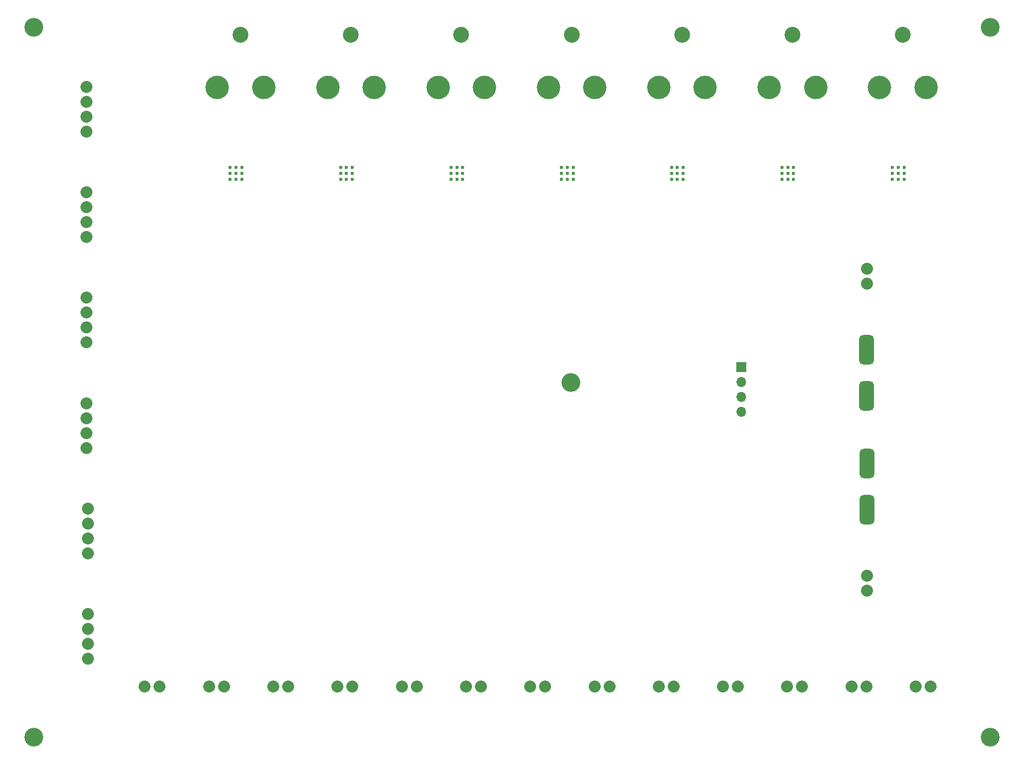
<source format=gbr>
%TF.GenerationSoftware,KiCad,Pcbnew,6.0.0*%
%TF.CreationDate,2022-01-12T19:51:10-05:00*%
%TF.ProjectId,sensor-board,73656e73-6f72-42d6-926f-6172642e6b69,-1*%
%TF.SameCoordinates,Original*%
%TF.FileFunction,Soldermask,Bot*%
%TF.FilePolarity,Negative*%
%FSLAX46Y46*%
G04 Gerber Fmt 4.6, Leading zero omitted, Abs format (unit mm)*
G04 Created by KiCad (PCBNEW 6.0.0) date 2022-01-12 19:51:10*
%MOMM*%
%LPD*%
G01*
G04 APERTURE LIST*
G04 Aperture macros list*
%AMRoundRect*
0 Rectangle with rounded corners*
0 $1 Rounding radius*
0 $2 $3 $4 $5 $6 $7 $8 $9 X,Y pos of 4 corners*
0 Add a 4 corners polygon primitive as box body*
4,1,4,$2,$3,$4,$5,$6,$7,$8,$9,$2,$3,0*
0 Add four circle primitives for the rounded corners*
1,1,$1+$1,$2,$3*
1,1,$1+$1,$4,$5*
1,1,$1+$1,$6,$7*
1,1,$1+$1,$8,$9*
0 Add four rect primitives between the rounded corners*
20,1,$1+$1,$2,$3,$4,$5,0*
20,1,$1+$1,$4,$5,$6,$7,0*
20,1,$1+$1,$6,$7,$8,$9,0*
20,1,$1+$1,$8,$9,$2,$3,0*%
G04 Aperture macros list end*
%ADD10C,2.032000*%
%ADD11C,2.700000*%
%ADD12C,4.000000*%
%ADD13C,3.200000*%
%ADD14C,0.600000*%
%ADD15R,1.700000X1.700000*%
%ADD16O,1.700000X1.700000*%
%ADD17RoundRect,0.625000X-0.625000X1.875000X-0.625000X-1.875000X0.625000X-1.875000X0.625000X1.875000X0*%
G04 APERTURE END LIST*
D10*
X126708456Y-151300000D03*
X129248456Y-151300000D03*
D11*
X118043933Y-40242000D03*
D12*
X121993933Y-49242000D03*
X114093933Y-49242000D03*
D13*
X155500000Y-99500000D03*
D10*
X214294172Y-151300000D03*
X216834172Y-151300000D03*
X192397740Y-151300000D03*
X194937740Y-151300000D03*
D13*
X64000000Y-160000000D03*
D10*
X72989600Y-67089000D03*
X72989600Y-69629000D03*
X72989600Y-72169000D03*
X72989600Y-74709000D03*
D13*
X227000000Y-39000000D03*
D10*
X73014600Y-49109000D03*
X73014600Y-51649000D03*
X73014600Y-54189000D03*
X73014600Y-56729000D03*
X205957600Y-134946000D03*
X205957600Y-132406000D03*
D11*
X212085600Y-40242000D03*
D12*
X216035600Y-49242000D03*
X208135600Y-49242000D03*
D14*
X212302268Y-62842000D03*
X212302268Y-63842000D03*
X210302268Y-62842000D03*
X212302268Y-64842000D03*
X211302268Y-62842000D03*
X211302268Y-63842000D03*
X210302268Y-63842000D03*
X210302268Y-64842000D03*
X211302268Y-64842000D03*
D10*
X205957600Y-82688000D03*
X205957600Y-80148000D03*
D14*
X97485600Y-64842000D03*
X99485600Y-63842000D03*
X97485600Y-63842000D03*
X97485600Y-62842000D03*
X99485600Y-64842000D03*
X99485600Y-62842000D03*
X98485600Y-64842000D03*
X98485600Y-62842000D03*
X98485600Y-63842000D03*
D10*
X73240790Y-139009000D03*
X73240790Y-141549000D03*
X73240790Y-144089000D03*
X73240790Y-146629000D03*
D11*
X174468932Y-40242000D03*
D12*
X178418932Y-49242000D03*
X170518932Y-49242000D03*
D11*
X155660599Y-40242000D03*
D12*
X159610599Y-49242000D03*
X151710599Y-49242000D03*
D10*
X137656670Y-151300000D03*
X140196670Y-151300000D03*
D15*
X184600000Y-96920000D03*
D16*
X184600000Y-99460000D03*
X184600000Y-102000000D03*
X184600000Y-104540000D03*
D10*
X82915600Y-151300000D03*
X85455600Y-151300000D03*
X181449526Y-151300000D03*
X183989526Y-151300000D03*
X104812028Y-151300000D03*
X107352028Y-151300000D03*
D14*
X155910599Y-63842000D03*
X155910599Y-62842000D03*
X153910599Y-63842000D03*
X153910599Y-62842000D03*
X154910599Y-64842000D03*
X154910599Y-63842000D03*
X155910599Y-64842000D03*
X154910599Y-62842000D03*
X153910599Y-64842000D03*
D17*
X205875000Y-101793333D03*
X205875000Y-93893333D03*
D11*
X99235600Y-40242000D03*
D12*
X103185600Y-49242000D03*
X95285600Y-49242000D03*
D13*
X227000000Y-160000000D03*
D10*
X73014600Y-103049000D03*
X73014600Y-105589000D03*
X73014600Y-108129000D03*
X73014600Y-110669000D03*
D14*
X137102266Y-62842000D03*
X137102266Y-64842000D03*
X136102266Y-63842000D03*
X135102266Y-64842000D03*
X135102266Y-63842000D03*
X137102266Y-63842000D03*
X136102266Y-64842000D03*
X135102266Y-62842000D03*
X136102266Y-62842000D03*
X191493933Y-62842000D03*
X193493933Y-63842000D03*
X192493933Y-62842000D03*
X191493933Y-63842000D03*
X192493933Y-63842000D03*
X192493933Y-64842000D03*
X193493933Y-64842000D03*
X191493933Y-64842000D03*
X193493933Y-62842000D03*
D11*
X193277265Y-40242000D03*
D12*
X197227265Y-49242000D03*
X189327265Y-49242000D03*
D10*
X73014600Y-85069000D03*
X73014600Y-87609000D03*
X73014600Y-90149000D03*
X73014600Y-92689000D03*
D13*
X64000000Y-39000000D03*
D10*
X93863814Y-151300000D03*
X96403814Y-151300000D03*
X115760242Y-151300000D03*
X118300242Y-151300000D03*
X148604884Y-151300000D03*
X151144884Y-151300000D03*
X159553098Y-151300000D03*
X162093098Y-151300000D03*
D17*
X205957600Y-121200666D03*
X205957600Y-113300666D03*
D10*
X170501312Y-151300000D03*
X173041312Y-151300000D03*
D14*
X173685600Y-62842000D03*
X172685600Y-62842000D03*
X174685600Y-63842000D03*
X174685600Y-62842000D03*
X173685600Y-64842000D03*
X172685600Y-63842000D03*
X172685600Y-64842000D03*
X173685600Y-63842000D03*
X174685600Y-64842000D03*
X118293933Y-64842000D03*
X118293933Y-62842000D03*
X116293933Y-62842000D03*
X117293933Y-62842000D03*
X117293933Y-63842000D03*
X117293933Y-64842000D03*
X116293933Y-64842000D03*
X118293933Y-63842000D03*
X116293933Y-63842000D03*
D10*
X73240790Y-121029000D03*
X73240790Y-123569000D03*
X73240790Y-126109000D03*
X73240790Y-128649000D03*
D11*
X136852266Y-40242000D03*
D12*
X140802266Y-49242000D03*
X132902266Y-49242000D03*
D10*
X203345954Y-151300000D03*
X205885954Y-151300000D03*
M02*

</source>
